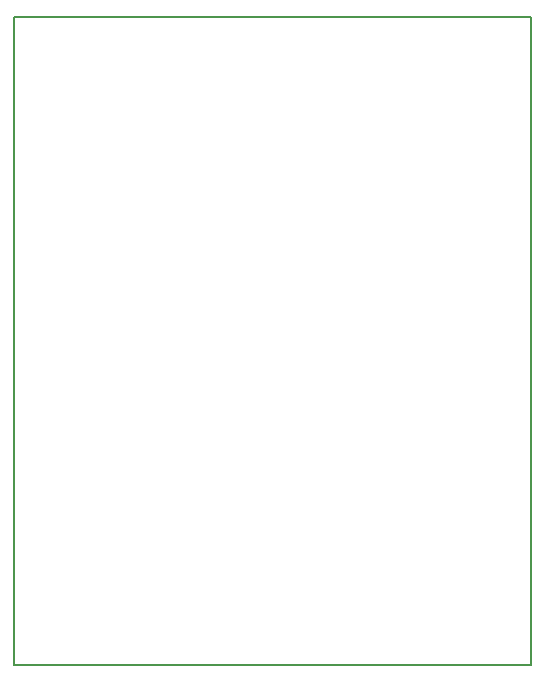
<source format=gbo>
G04 MADE WITH FRITZING*
G04 WWW.FRITZING.ORG*
G04 DOUBLE SIDED*
G04 HOLES PLATED*
G04 CONTOUR ON CENTER OF CONTOUR VECTOR*
%ASAXBY*%
%FSLAX23Y23*%
%MOIN*%
%OFA0B0*%
%SFA1.0B1.0*%
%ADD10R,1.732280X2.165350X1.716280X2.149350*%
%ADD11C,0.008000*%
%LNSILK0*%
G90*
G70*
G54D11*
X4Y2161D02*
X1728Y2161D01*
X1728Y4D01*
X4Y4D01*
X4Y2161D01*
D02*
G04 End of Silk0*
M02*
</source>
